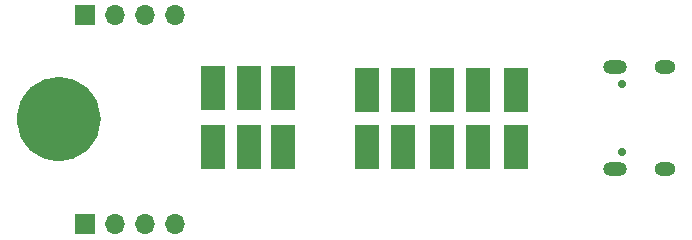
<source format=gbs>
%TF.GenerationSoftware,KiCad,Pcbnew,9.0.0*%
%TF.CreationDate,2025-03-14T22:24:00-04:00*%
%TF.ProjectId,teensy,7465656e-7379-42e6-9b69-6361645f7063,rev?*%
%TF.SameCoordinates,Original*%
%TF.FileFunction,Soldermask,Bot*%
%TF.FilePolarity,Negative*%
%FSLAX46Y46*%
G04 Gerber Fmt 4.6, Leading zero omitted, Abs format (unit mm)*
G04 Created by KiCad (PCBNEW 9.0.0) date 2025-03-14 22:24:00*
%MOMM*%
%LPD*%
G01*
G04 APERTURE LIST*
%ADD10C,3.575000*%
%ADD11R,1.700000X1.700000*%
%ADD12O,1.700000X1.700000*%
%ADD13C,0.700000*%
%ADD14O,2.000000X1.200000*%
%ADD15O,1.800000X1.200000*%
%ADD16R,2.000000X3.800000*%
G04 APERTURE END LIST*
D10*
X127787500Y-102000000D02*
G75*
G02*
X124212500Y-102000000I-1787500J0D01*
G01*
X124212500Y-102000000D02*
G75*
G02*
X127787500Y-102000000I1787500J0D01*
G01*
D11*
%TO.C,U12*%
X128265000Y-93200000D03*
D12*
X130805000Y-93200000D03*
X133345000Y-93200000D03*
X135885000Y-93200000D03*
%TD*%
D13*
%TO.C,U2*%
X173670000Y-104790000D03*
X173670000Y-99010000D03*
D14*
X173130000Y-106220000D03*
X173130000Y-97580000D03*
D15*
X177320000Y-106220000D03*
X177320000Y-97580000D03*
%TD*%
D11*
%TO.C,U11*%
X128265000Y-110900000D03*
D12*
X130805000Y-110900000D03*
X133345000Y-110900000D03*
X135885000Y-110900000D03*
%TD*%
D16*
%TO.C,U25*%
X145000000Y-99400000D03*
%TD*%
%TO.C,U21*%
X161490000Y-99570000D03*
%TD*%
%TO.C,U17*%
X155110000Y-99570000D03*
%TD*%
%TO.C,U28*%
X145000000Y-104400000D03*
%TD*%
%TO.C,U29*%
X142100000Y-104400000D03*
%TD*%
%TO.C,U20*%
X161490000Y-104370000D03*
%TD*%
%TO.C,U15*%
X152110000Y-99570000D03*
%TD*%
%TO.C,U18*%
X158490000Y-104370000D03*
%TD*%
%TO.C,U16*%
X155110000Y-104370000D03*
%TD*%
%TO.C,U14*%
X152110000Y-104370000D03*
%TD*%
%TO.C,U22*%
X164700000Y-104370000D03*
%TD*%
%TO.C,U19*%
X158490000Y-99570000D03*
%TD*%
%TO.C,U23*%
X164700000Y-99570000D03*
%TD*%
%TO.C,U27*%
X139100000Y-104400000D03*
%TD*%
%TO.C,U24*%
X139100000Y-99400000D03*
%TD*%
%TO.C,U26*%
X142100000Y-99400000D03*
%TD*%
M02*

</source>
